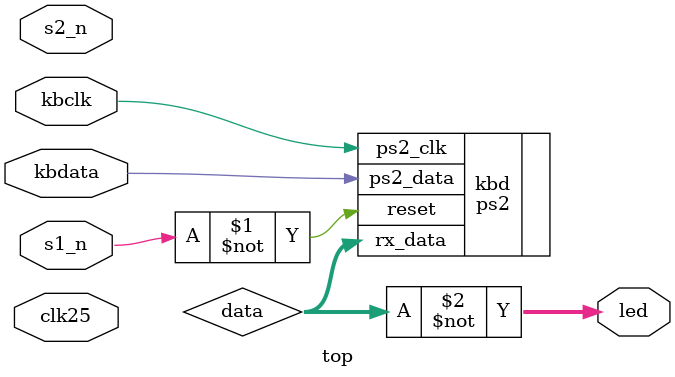
<source format=v>

`default_nettype none

module top (
    input   wire        clk25,
    input   wire        s1_n,
    input   wire        s2_n,
    input   wire        kbclk,
    input   wire        kbdata,
    output  wire [7:0]  led
    );

    wire [7:0] data;

    ps2 kbd (
        .reset(~s1_n),
        .ps2_data(kbdata),
        .ps2_clk(kbclk),
        .rx_data(data)       // note the MSB is pruned
        );

    assign led = ~data;

endmodule

</source>
